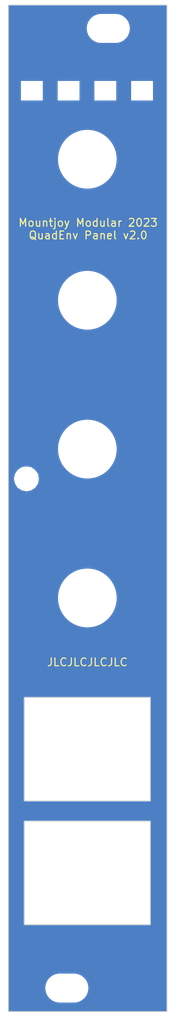
<source format=kicad_pcb>
(kicad_pcb (version 20221018) (generator pcbnew)
  (layers (0 "F.Cu" signal) (31 "B.Cu" signal) (34 "B.Paste" user) (35 "F.Paste" user) (36 "B.SilkS" user "B.Silkscreen") (37 "F.SilkS" user "F.Silkscreen") (38 "B.Mask" user) (39 "F.Mask" user) (44 "Edge.Cuts" user))
  (net 0 "")
  (footprint "Custom_Footprints:Oval_Mounting_Hole" (layer "F.Cu") (at 62.08 37.3)
    (fp_text reference "Ref**" hide)
    (fp_text value "Oval_Mounting_Hole" hide)
    (pad "" np_thru_hole oval locked (at 0 0) (size 5 3.2) (drill oval 5 3.2) (layers "F&B.Cu" "*.Mask"))
  )
  (footprint "Custom_Footprints:Oval_Mounting_Hole" (layer "F.Cu") (at 56.78 159.8)
    (fp_text reference "Ref**" hide)
    (fp_text value "Oval_Mounting_Hole" hide)
    (pad "" np_thru_hole oval locked (at 0 0) (size 5 3.2) (drill oval 5 3.2) (layers "F&B.Cu" "*.Mask"))
  )
  (footprint "kibuzzard-64E1F5CF" (layer "B.Cu") (at 67.9 91 180)
    (fp_text reference "kibuzzard-64E1F5CF" hide)
    (fp_text value "G***" hide)
  )
  (footprint "Custom_Footprints:Alpha_9mm_pot_hole" (layer "B.Cu") (at 59.4 110 180)
    (fp_text reference "Ref**" hide)
    (fp_text value "Alpha_9mm_pot_hole" hide)
    (pad "" np_thru_hole circle (at 0 0 180) (size 7 7) (drill 7) (layers "F&B.Cu" "*.Mask"))
  )
  (footprint "Graphics:Quad_logo" (layer "B.Cu") (at 54.647488 36.824381 180)
    (fp_text reference "Ge" hide)
    (fp_text value "LOGO" hide)
  )
  (footprint "kibuzzard-64244971" (layer "B.Cu") (at 57.9 153.3 180)
    (fp_text reference "kibuzzard-64244971" hide)
    (fp_text value "G***" hide)
  )
  (footprint "Custom_Footprints:Alpha_9mm_pot_hole" (layer "B.Cu") (at 59.4 91 180)
    (fp_text reference "Ref**" hide)
    (fp_text value "Alpha_9mm_pot_hole" hide)
    (pad "" np_thru_hole circle (at 0 0 180) (size 7 7) (drill 7) (layers "F&B.Cu" "*.Mask"))
  )
  (footprint "Custom_Footprints:RJ45_Amphenol_RJHSE-3080_Mounting_Hole" (layer "B.Cu") (at 59.4 145.1)
    (fp_text reference "REF**" hide)
    (fp_text value "RJ45_Amphenol_RJHSE-3080_Mounting_Hole" hide)
    (fp_rect (start -8.065 6.605) (end 8.065 -6.605) (stroke (width 0.12)) (fill none) (layer "Edge.Cuts"))
  )
  (footprint "Custom_Footprints:Alpha_9mm_pot_hole" (layer "B.Cu") (at 59.4 54 180)
    (fp_text reference "Ref**" hide)
    (fp_text value "Alpha_9mm_pot_hole" hide)
    (pad "" np_thru_hole circle (at 0 0 180) (size 7 7) (drill 7) (layers "*.Cu" "*.Mask"))
  )
  (footprint "Custom_Footprints:Alpha_9mm_pot_hole" (layer "B.Cu") (at 59.4 72 180)
    (fp_text reference "Ref**" hide)
    (fp_text value "Alpha_9mm_pot_hole" hide)
    (pad "" np_thru_hole circle (at 0 0 180) (size 7 7) (drill 7) (layers "F&B.Cu" "*.Mask"))
  )
  (footprint "kibuzzard-64E1F644" (layer "B.Cu") (at 50.4 110 180)
    (fp_text reference "kibuzzard-64E1F644" hide)
    (fp_text value "G***" hide)
  )
  (footprint "Graphics:Env_logo" (layer "B.Cu") (at 54.3 39.9 180)
    (fp_text reference "G***" hide)
    (fp_text value "LOGO" hide)
  )
  (footprint "Custom_Footprints:RJ45_Amphenol_RJHSE-3080_Mounting_Hole" (layer "B.Cu") (at 59.4 129.3 180)
    (fp_text reference "REF**" hide)
    (fp_text value "RJ45_Amphenol_RJHSE-3080_Mounting_Hole" hide)
    (fp_rect (start -8.065 6.605) (end 8.065 -6.605) (stroke (width 0.12)) (fill none) (layer "Edge.Cuts"))
  )
  (footprint "kibuzzard-64E1DFAD" (layer "B.Cu") (at 51.7 91.1 -90)
    (fp_text reference "kibuzzard-64E1DFAD" hide)
    (fp_text value "G***" hide)
  )
  (footprint "kibuzzard-64E1F58E" (layer "B.Cu") (at 69.4 54 180)
    (fp_text reference "kibuzzard-64E1F58E" hide)
    (fp_text value "G***" hide)
  )
  (footprint "kibuzzard-6424498C" (layer "B.Cu") (at 61 121.15 180)
    (fp_text reference "kibuzzard-6424498C" hide)
    (fp_text value "G***" hide)
  )
  (footprint "kibuzzard-64E1F613" (layer "B.Cu") (at 50.7 72 180)
    (fp_text reference "kibuzzard-64E1F613" hide)
    (fp_text value "G***" hide)
  )
  (gr_rect locked (start 49.3 34.3) (end 69.6 162.8) (stroke (width 0.1)) (fill none) (layer "Edge.Cuts"))
  (gr_text "JLCJLCJLCJLC" (at 59.4 118.2) (layer "F.SilkS") (effects (font (size 1 1))))
  (gr_text "Mountjoy Modular 2023\nQuadEnv Panel v2.0" (at 59.5 62.9) (layer "F.SilkS") (effects (font (size 1 1))))
  (zone (net 0) (net_name "") (layers "F&B.Cu") (priority 1) (connect_pads (clearance 0.75)) (min_thickness 0.254) (fill yes (thermal_gap 0.508) (thermal_bridge_width 0.508))
    (polygon (pts (xy 70 164.4) (xy 48.8 164.4) (xy 48.8 33.671131) (xy 70 33.671131)))
  )
  (zone (net 0) (net_name "") (layers "F&B.Cu" "*.Mask" "Edge.Cuts") (connect_pads (clearance 0)) (min_thickness 0.254)
    (keepout (tracks not_allowed) (vias not_allowed) (pads not_allowed) (copperpour not_allowed) (footprints allowed))
    (fill (thermal_gap 0.508) (thermal_bridge_width 0.508))
    (polygon (pts (xy 58.4 46.5) (xy 55.6 46.5) (xy 55.6 44) (xy 58.4 44)))
  )
  (zone (net 0) (net_name "") (layers "F&B.Cu" "*.Mask" "Edge.Cuts") (connect_pads (clearance 0)) (min_thickness 0.254)
    (keepout (tracks not_allowed) (vias not_allowed) (pads not_allowed) (copperpour not_allowed) (footprints allowed))
    (fill (thermal_gap 0.508) (thermal_bridge_width 0.508))
    (polygon (pts (xy 63.1 46.5) (xy 60.3 46.5) (xy 60.3 44) (xy 63.1 44)))
  )
  (zone (net 0) (net_name "") (layers "F&B.Cu" "*.Mask" "Edge.Cuts") (connect_pads (clearance 0)) (min_thickness 0.254)
    (keepout (tracks not_allowed) (vias not_allowed) (pads not_allowed) (copperpour not_allowed) (footprints allowed))
    (fill (thermal_gap 0.508) (thermal_bridge_width 0.508))
    (polygon (pts (xy 53.7 46.5) (xy 50.9 46.5) (xy 50.9 44) (xy 53.7 44)))
  )
  (zone (net 0) (net_name "") (layers "F&B.Cu" "F.Mask") (connect_pads (clearance 0)) (min_thickness 0.25)
    (keepout (tracks not_allowed) (vias not_allowed) (pads not_allowed) (copperpour not_allowed) (footprints allowed))
    (fill (thermal_gap 0.5) (thermal_bridge_width 0.5))
    (polygon (pts (xy 50.465934 93.665934) (xy 51.00894 93.301229) (xy 51.599999 93.2) (xy 52.233223 93.301963) (xy 52.730809 93.669191) (xy 53.099441 94.167143) (xy 53.2 94.8) (xy 53.100523 95.392178) (xy 52.732199 95.932199) (xy 52.233527 96.257644) (xy 51.6 96.4) (xy 51.008933 96.257659) (xy 50.468617 95.931383) (xy 50.143026 95.39173) (xy 50 94.8) (xy 50.139505 94.165684)))
  )
  (zone (net 0) (net_name "") (layers "F&B.Cu" "Edge.Cuts") (connect_pads (clearance 0)) (min_thickness 0.254)
    (keepout (tracks not_allowed) (vias not_allowed) (pads not_allowed) (copperpour not_allowed) (footprints allowed))
    (fill (thermal_gap 0.508) (thermal_bridge_width 0.508))
    (polygon (pts (xy 67.8 46.5) (xy 65 46.5) (xy 65 44) (xy 67.8 44)))
  )
  (zone (net 0) (net_name "") (layer "B.Cu") (priority 1) (connect_pads (clearance 0)) (min_thickness 0.254) (fill yes (thermal_gap 0.508) (thermal_bridge_width 0.508))
    (polygon (pts (xy 68.9 163.2) (xy 50 163.2) (xy 50 118.471131) (xy 68.9 118.471131)))
  )
)
</source>
